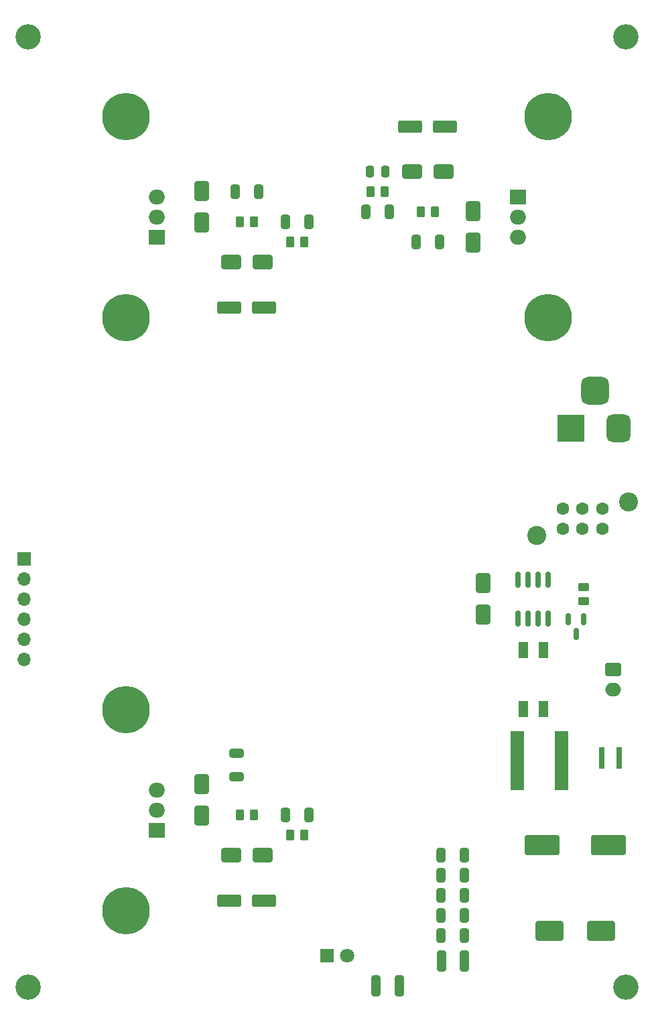
<source format=gts>
G04 #@! TF.GenerationSoftware,KiCad,Pcbnew,8.0.9-1.fc41*
G04 #@! TF.CreationDate,2025-02-27T22:19:20+00:00*
G04 #@! TF.ProjectId,Power_supply,506f7765-725f-4737-9570-706c792e6b69,rev?*
G04 #@! TF.SameCoordinates,Original*
G04 #@! TF.FileFunction,Soldermask,Top*
G04 #@! TF.FilePolarity,Negative*
%FSLAX46Y46*%
G04 Gerber Fmt 4.6, Leading zero omitted, Abs format (unit mm)*
G04 Created by KiCad (PCBNEW 8.0.9-1.fc41) date 2025-02-27 22:19:20*
%MOMM*%
%LPD*%
G01*
G04 APERTURE LIST*
G04 Aperture macros list*
%AMRoundRect*
0 Rectangle with rounded corners*
0 $1 Rounding radius*
0 $2 $3 $4 $5 $6 $7 $8 $9 X,Y pos of 4 corners*
0 Add a 4 corners polygon primitive as box body*
4,1,4,$2,$3,$4,$5,$6,$7,$8,$9,$2,$3,0*
0 Add four circle primitives for the rounded corners*
1,1,$1+$1,$2,$3*
1,1,$1+$1,$4,$5*
1,1,$1+$1,$6,$7*
1,1,$1+$1,$8,$9*
0 Add four rect primitives between the rounded corners*
20,1,$1+$1,$2,$3,$4,$5,0*
20,1,$1+$1,$4,$5,$6,$7,0*
20,1,$1+$1,$6,$7,$8,$9,0*
20,1,$1+$1,$8,$9,$2,$3,0*%
G04 Aperture macros list end*
%ADD10RoundRect,0.250000X-0.325000X-0.650000X0.325000X-0.650000X0.325000X0.650000X-0.325000X0.650000X0*%
%ADD11R,1.800000X7.500000*%
%ADD12RoundRect,0.250000X-0.650000X1.000000X-0.650000X-1.000000X0.650000X-1.000000X0.650000X1.000000X0*%
%ADD13RoundRect,0.150000X0.150000X-0.825000X0.150000X0.825000X-0.150000X0.825000X-0.150000X-0.825000X0*%
%ADD14RoundRect,0.250000X-0.262500X-0.450000X0.262500X-0.450000X0.262500X0.450000X-0.262500X0.450000X0*%
%ADD15RoundRect,0.250000X0.450000X-0.262500X0.450000X0.262500X-0.450000X0.262500X-0.450000X-0.262500X0*%
%ADD16RoundRect,0.250000X-1.250000X-0.550000X1.250000X-0.550000X1.250000X0.550000X-1.250000X0.550000X0*%
%ADD17RoundRect,0.250000X1.000000X0.650000X-1.000000X0.650000X-1.000000X-0.650000X1.000000X-0.650000X0*%
%ADD18RoundRect,0.250000X-0.750000X0.600000X-0.750000X-0.600000X0.750000X-0.600000X0.750000X0.600000X0*%
%ADD19O,2.000000X1.700000*%
%ADD20R,0.800000X2.700000*%
%ADD21RoundRect,0.250000X0.312500X1.075000X-0.312500X1.075000X-0.312500X-1.075000X0.312500X-1.075000X0*%
%ADD22RoundRect,0.250000X0.650000X-1.000000X0.650000X1.000000X-0.650000X1.000000X-0.650000X-1.000000X0*%
%ADD23R,1.800000X1.800000*%
%ADD24C,1.800000*%
%ADD25RoundRect,0.250000X0.325000X0.650000X-0.325000X0.650000X-0.325000X-0.650000X0.325000X-0.650000X0*%
%ADD26R,1.700000X1.700000*%
%ADD27O,1.700000X1.700000*%
%ADD28RoundRect,0.250000X1.950000X1.000000X-1.950000X1.000000X-1.950000X-1.000000X1.950000X-1.000000X0*%
%ADD29RoundRect,0.250000X-1.000000X-0.650000X1.000000X-0.650000X1.000000X0.650000X-1.000000X0.650000X0*%
%ADD30RoundRect,0.150000X-0.150000X0.587500X-0.150000X-0.587500X0.150000X-0.587500X0.150000X0.587500X0*%
%ADD31C,3.200000*%
%ADD32R,1.200000X2.000000*%
%ADD33RoundRect,0.250000X0.262500X0.450000X-0.262500X0.450000X-0.262500X-0.450000X0.262500X-0.450000X0*%
%ADD34R,2.000000X1.905000*%
%ADD35O,2.000000X1.905000*%
%ADD36C,6.000000*%
%ADD37RoundRect,0.250000X0.650000X-0.325000X0.650000X0.325000X-0.650000X0.325000X-0.650000X-0.325000X0*%
%ADD38RoundRect,0.250000X0.250000X0.475000X-0.250000X0.475000X-0.250000X-0.475000X0.250000X-0.475000X0*%
%ADD39R,3.500000X3.500000*%
%ADD40RoundRect,0.750000X0.750000X1.000000X-0.750000X1.000000X-0.750000X-1.000000X0.750000X-1.000000X0*%
%ADD41RoundRect,0.875000X0.875000X0.875000X-0.875000X0.875000X-0.875000X-0.875000X0.875000X-0.875000X0*%
%ADD42RoundRect,0.250000X1.250000X0.550000X-1.250000X0.550000X-1.250000X-0.550000X1.250000X-0.550000X0*%
%ADD43RoundRect,0.250000X1.500000X1.000000X-1.500000X1.000000X-1.500000X-1.000000X1.500000X-1.000000X0*%
%ADD44RoundRect,0.250000X-0.312500X-1.075000X0.312500X-1.075000X0.312500X1.075000X-0.312500X1.075000X0*%
%ADD45C,2.400000*%
%ADD46C,1.600000*%
G04 APERTURE END LIST*
D10*
X139495000Y-62865000D03*
X142445000Y-62865000D03*
D11*
X168777000Y-130937000D03*
X174377000Y-130937000D03*
D12*
X128905000Y-133890000D03*
X128905000Y-137890000D03*
D13*
X168910000Y-112965000D03*
X170180000Y-112965000D03*
X171450000Y-112965000D03*
X172720000Y-112965000D03*
X172720000Y-108015000D03*
X171450000Y-108015000D03*
X170180000Y-108015000D03*
X168910000Y-108015000D03*
D14*
X140057500Y-65405000D03*
X141882500Y-65405000D03*
D15*
X177165000Y-110767500D03*
X177165000Y-108942500D03*
D16*
X132420000Y-148590000D03*
X136820000Y-148590000D03*
D17*
X159480000Y-56515000D03*
X155480000Y-56515000D03*
D18*
X180865000Y-119400000D03*
D19*
X180865000Y-121900000D03*
D20*
X179494000Y-130556000D03*
X181694000Y-130556000D03*
D21*
X153862500Y-159385000D03*
X150937500Y-159385000D03*
D22*
X164465000Y-112490000D03*
X164465000Y-108490000D03*
D23*
X144750000Y-155575000D03*
D24*
X147290000Y-155575000D03*
D25*
X158955000Y-65405000D03*
X156005000Y-65405000D03*
D12*
X128905000Y-58960000D03*
X128905000Y-62960000D03*
D26*
X106500000Y-105380000D03*
D27*
X106500000Y-107920000D03*
X106500000Y-110460000D03*
X106500000Y-113000000D03*
X106500000Y-115540000D03*
X106500000Y-118080000D03*
D28*
X180349000Y-141605000D03*
X171949000Y-141605000D03*
D29*
X132620000Y-67945000D03*
X136620000Y-67945000D03*
D22*
X163195000Y-65500000D03*
X163195000Y-61500000D03*
D14*
X133707500Y-62865000D03*
X135532500Y-62865000D03*
D10*
X159180000Y-150495000D03*
X162130000Y-150495000D03*
X159180000Y-147955000D03*
X162130000Y-147955000D03*
D29*
X132620000Y-142875000D03*
X136620000Y-142875000D03*
D30*
X177165000Y-113030000D03*
X175265000Y-113030000D03*
X176215000Y-114905000D03*
D16*
X132420000Y-73660000D03*
X136820000Y-73660000D03*
D31*
X107000000Y-39500000D03*
D32*
X172085000Y-116900000D03*
X169545000Y-116900000D03*
X169545000Y-124400000D03*
X172085000Y-124400000D03*
D33*
X152042500Y-59055000D03*
X150217500Y-59055000D03*
D25*
X152605000Y-61595000D03*
X149655000Y-61595000D03*
D14*
X140057500Y-140335000D03*
X141882500Y-140335000D03*
D34*
X123225000Y-139700000D03*
D35*
X123225000Y-137160000D03*
X123225000Y-134620000D03*
D34*
X123225000Y-64770000D03*
D35*
X123225000Y-62230000D03*
X123225000Y-59690000D03*
D36*
X119380000Y-149860000D03*
X119380000Y-124460000D03*
D10*
X159180000Y-145415000D03*
X162130000Y-145415000D03*
X133145000Y-59055000D03*
X136095000Y-59055000D03*
D31*
X182500000Y-39500000D03*
D34*
X168875000Y-59690000D03*
D35*
X168875000Y-62230000D03*
X168875000Y-64770000D03*
D10*
X159180000Y-153035000D03*
X162130000Y-153035000D03*
D31*
X107000000Y-159500000D03*
D36*
X119380000Y-74930000D03*
X119380000Y-49530000D03*
D37*
X133350000Y-132920000D03*
X133350000Y-129970000D03*
D38*
X152080000Y-56515000D03*
X150180000Y-56515000D03*
D39*
X175610000Y-88900000D03*
D40*
X181610000Y-88900000D03*
D41*
X178610000Y-84200000D03*
D14*
X133707500Y-137795000D03*
X135532500Y-137795000D03*
D42*
X159680000Y-50800000D03*
X155280000Y-50800000D03*
D31*
X182500000Y-159500000D03*
D10*
X139495000Y-137795000D03*
X142445000Y-137795000D03*
D33*
X158392500Y-61595000D03*
X156567500Y-61595000D03*
D10*
X159180000Y-142875000D03*
X162130000Y-142875000D03*
D43*
X179399000Y-152400000D03*
X172899000Y-152400000D03*
D44*
X159192500Y-156210000D03*
X162117500Y-156210000D03*
D36*
X172720000Y-49530000D03*
X172720000Y-74930000D03*
D45*
X171238000Y-102430000D03*
X182838000Y-98230000D03*
D46*
X174538000Y-101580000D03*
X177038000Y-101580000D03*
X179538000Y-101580000D03*
X174538000Y-99080000D03*
X177038000Y-99080000D03*
X179538000Y-99080000D03*
M02*

</source>
